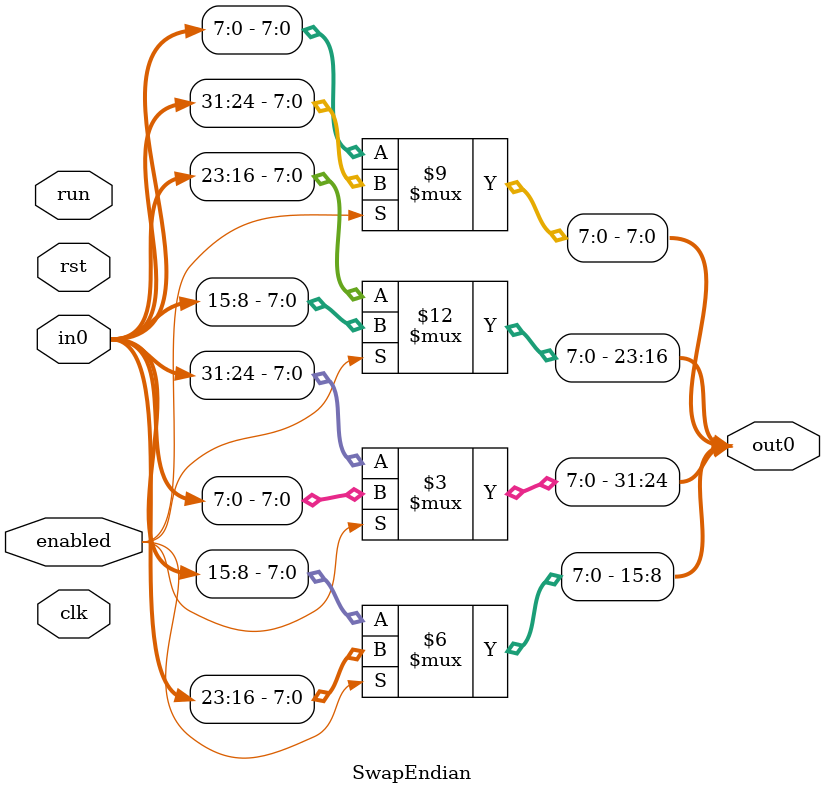
<source format=v>
`timescale 1ns / 1ps
`include "global_defines.vh"
`include "xversat.vh"

module SwapEndian #(
         parameter DATA_W = 32
              )
    (
    //control
    input               clk,
    input               rst,
    
    input               run,

    (* versat_latency = 0 *) input [DATA_W-1:0]  in0,

    //input / output data
    (* versat_latency = 0 *) output reg [DATA_W-1:0] out0,

    input               enabled
    );

always @*
begin
     out0 = in0;
     if(enabled) begin
          out0[0+:8] = in0[24+:8];
          out0[8+:8] = in0[16+:8];
          out0[16+:8] = in0[8+:8];
          out0[24+:8] = in0[0+:8];
     end
end

endmodule

</source>
